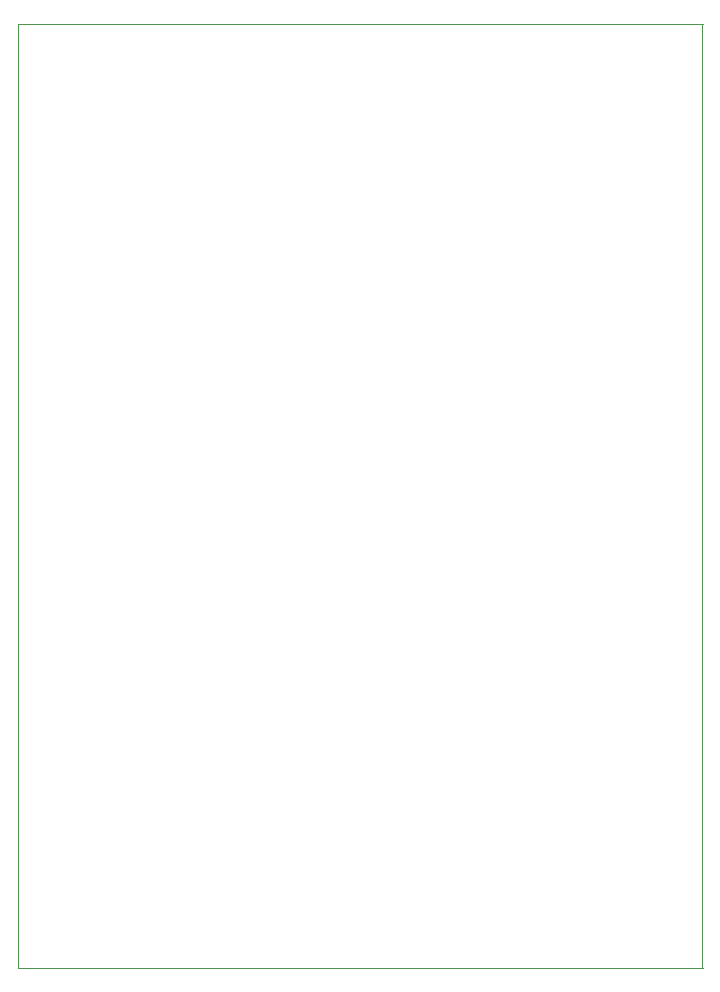
<source format=gbr>
%TF.GenerationSoftware,KiCad,Pcbnew,5.1.7-a382d34a88~90~ubuntu20.04.1*%
%TF.CreationDate,2022-09-16T19:00:19+02:00*%
%TF.ProjectId,goto-exp,676f746f-2d65-4787-902e-6b696361645f,rev?*%
%TF.SameCoordinates,Original*%
%TF.FileFunction,Profile,NP*%
%FSLAX46Y46*%
G04 Gerber Fmt 4.6, Leading zero omitted, Abs format (unit mm)*
G04 Created by KiCad (PCBNEW 5.1.7-a382d34a88~90~ubuntu20.04.1) date 2022-09-16 19:00:19*
%MOMM*%
%LPD*%
G01*
G04 APERTURE LIST*
%TA.AperFunction,Profile*%
%ADD10C,0.100000*%
%TD*%
G04 APERTURE END LIST*
D10*
X146976200Y-34531300D02*
X88976200Y-34531300D01*
X146976200Y-114427000D02*
X88976200Y-114427000D01*
X88976200Y-114424900D02*
X88976200Y-34531300D01*
X146945900Y-34531300D02*
X146945900Y-114424900D01*
M02*

</source>
